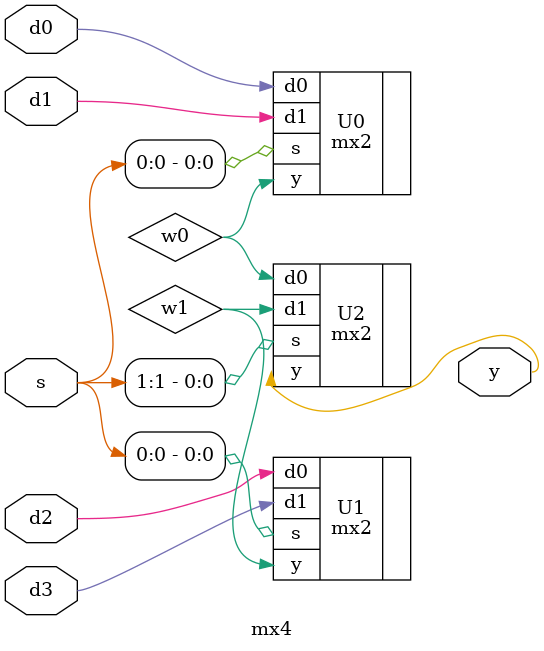
<source format=v>
module mx4(y, d0, d1, d2, d3, s);
	
	input d0, d1, d2, d3; 	// input ports
	input [1:0]	s;				// 2bits input port
	output y;
	
	mx2 U0 (.d0(d0), .d1(d1), .s(s[0]), .y(w0)); // Instance 2 to 1 mux
	mx2 U1 (.d0(d2), .d1(d3), .s(s[0]), .y(w1)); // Instance 2 to 1 mux
	
	mx2 U2 (.d0(w0), .d1(w1), .s(s[1]), .y(y));	// Instance 2 to 1 mux
	
endmodule

</source>
